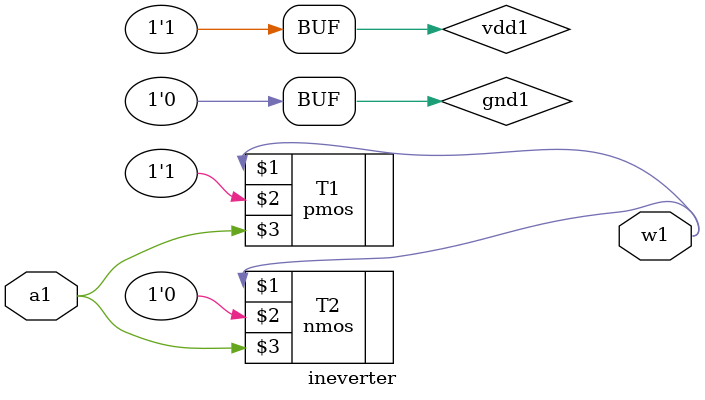
<source format=sv>
`timescale 1ns/1ns

module ineverter(input a1, output w1);

  supply1 vdd1;
  supply0 gnd1;
  pmos #(5, 6, 7)T1(w1, vdd1, a1);
  nmos #(3, 4, 5)T2(w1, gnd1, a1);

endmodule
</source>
